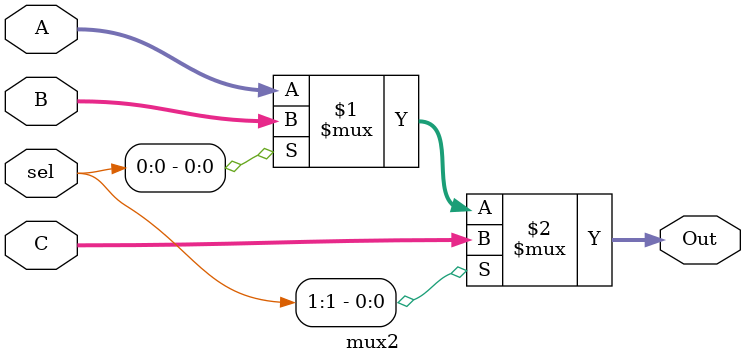
<source format=v>
`timescale 1ns / 1ps

module mux2(
    input [31:0] A,
    input [31:0] B,
    input [31:0] C,
    input [1:0] sel,
    output  [31:0] Out
);

assign Out = sel[1]? C:(sel[0]? B:A);
endmodule
</source>
